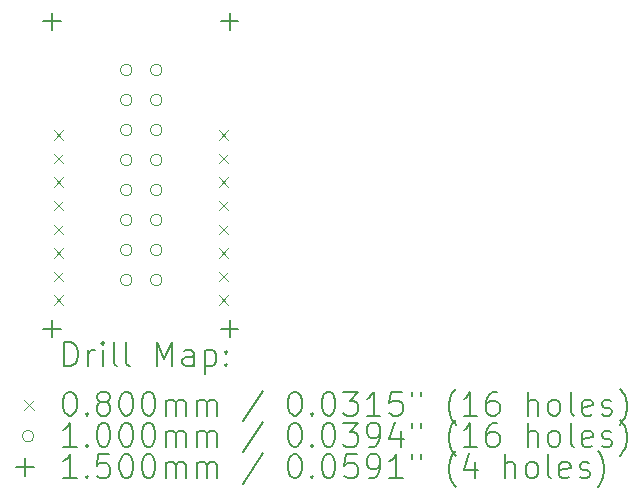
<source format=gbr>
%TF.GenerationSoftware,KiCad,Pcbnew,6.0.10+dfsg-1~bpo11+1*%
%TF.ProjectId,top,746f702e-6b69-4636-9164-5f7063625858,rev?*%
%TF.SameCoordinates,Original*%
%TF.FileFunction,Drillmap*%
%TF.FilePolarity,Positive*%
%FSLAX45Y45*%
G04 Gerber Fmt 4.5, Leading zero omitted, Abs format (unit mm)*
%MOMM*%
%LPD*%
G01*
G04 APERTURE LIST*
%ADD10C,0.200000*%
%ADD11C,0.080000*%
%ADD12C,0.100000*%
%ADD13C,0.150000*%
G04 APERTURE END LIST*
D10*
D11*
X16810000Y-10920000D02*
X16890000Y-11000000D01*
X16890000Y-10920000D02*
X16810000Y-11000000D01*
X16810000Y-11120000D02*
X16890000Y-11200000D01*
X16890000Y-11120000D02*
X16810000Y-11200000D01*
X16810000Y-11320000D02*
X16890000Y-11400000D01*
X16890000Y-11320000D02*
X16810000Y-11400000D01*
X16810000Y-11520000D02*
X16890000Y-11600000D01*
X16890000Y-11520000D02*
X16810000Y-11600000D01*
X16810000Y-11720000D02*
X16890000Y-11800000D01*
X16890000Y-11720000D02*
X16810000Y-11800000D01*
X16810000Y-11920000D02*
X16890000Y-12000000D01*
X16890000Y-11920000D02*
X16810000Y-12000000D01*
X16810000Y-12120000D02*
X16890000Y-12200000D01*
X16890000Y-12120000D02*
X16810000Y-12200000D01*
X16810000Y-12320000D02*
X16890000Y-12400000D01*
X16890000Y-12320000D02*
X16810000Y-12400000D01*
X18210000Y-10920000D02*
X18290000Y-11000000D01*
X18290000Y-10920000D02*
X18210000Y-11000000D01*
X18210000Y-11120000D02*
X18290000Y-11200000D01*
X18290000Y-11120000D02*
X18210000Y-11200000D01*
X18210000Y-11320000D02*
X18290000Y-11400000D01*
X18290000Y-11320000D02*
X18210000Y-11400000D01*
X18210000Y-11520000D02*
X18290000Y-11600000D01*
X18290000Y-11520000D02*
X18210000Y-11600000D01*
X18210000Y-11720000D02*
X18290000Y-11800000D01*
X18290000Y-11720000D02*
X18210000Y-11800000D01*
X18210000Y-11920000D02*
X18290000Y-12000000D01*
X18290000Y-11920000D02*
X18210000Y-12000000D01*
X18210000Y-12120000D02*
X18290000Y-12200000D01*
X18290000Y-12120000D02*
X18210000Y-12200000D01*
X18210000Y-12320000D02*
X18290000Y-12400000D01*
X18290000Y-12320000D02*
X18210000Y-12400000D01*
D12*
X17475250Y-10411000D02*
G75*
G03*
X17475250Y-10411000I-50000J0D01*
G01*
X17475250Y-10665000D02*
G75*
G03*
X17475250Y-10665000I-50000J0D01*
G01*
X17475250Y-10919000D02*
G75*
G03*
X17475250Y-10919000I-50000J0D01*
G01*
X17475250Y-11173000D02*
G75*
G03*
X17475250Y-11173000I-50000J0D01*
G01*
X17475250Y-11427000D02*
G75*
G03*
X17475250Y-11427000I-50000J0D01*
G01*
X17475250Y-11681000D02*
G75*
G03*
X17475250Y-11681000I-50000J0D01*
G01*
X17475250Y-11935000D02*
G75*
G03*
X17475250Y-11935000I-50000J0D01*
G01*
X17475250Y-12189000D02*
G75*
G03*
X17475250Y-12189000I-50000J0D01*
G01*
X17729250Y-10411000D02*
G75*
G03*
X17729250Y-10411000I-50000J0D01*
G01*
X17729250Y-10665000D02*
G75*
G03*
X17729250Y-10665000I-50000J0D01*
G01*
X17729250Y-10919000D02*
G75*
G03*
X17729250Y-10919000I-50000J0D01*
G01*
X17729250Y-11173000D02*
G75*
G03*
X17729250Y-11173000I-50000J0D01*
G01*
X17729250Y-11427000D02*
G75*
G03*
X17729250Y-11427000I-50000J0D01*
G01*
X17729250Y-11681000D02*
G75*
G03*
X17729250Y-11681000I-50000J0D01*
G01*
X17729250Y-11935000D02*
G75*
G03*
X17729250Y-11935000I-50000J0D01*
G01*
X17729250Y-12189000D02*
G75*
G03*
X17729250Y-12189000I-50000J0D01*
G01*
D13*
X16800000Y-9925000D02*
X16800000Y-10075000D01*
X16725000Y-10000000D02*
X16875000Y-10000000D01*
X16800000Y-12525000D02*
X16800000Y-12675000D01*
X16725000Y-12600000D02*
X16875000Y-12600000D01*
X18300000Y-9925000D02*
X18300000Y-10075000D01*
X18225000Y-10000000D02*
X18375000Y-10000000D01*
X18300000Y-12525000D02*
X18300000Y-12675000D01*
X18225000Y-12600000D02*
X18375000Y-12600000D01*
D10*
X16901619Y-12916476D02*
X16901619Y-12716476D01*
X16949238Y-12716476D01*
X16977810Y-12726000D01*
X16996857Y-12745048D01*
X17006381Y-12764095D01*
X17015905Y-12802190D01*
X17015905Y-12830762D01*
X17006381Y-12868857D01*
X16996857Y-12887905D01*
X16977810Y-12906952D01*
X16949238Y-12916476D01*
X16901619Y-12916476D01*
X17101619Y-12916476D02*
X17101619Y-12783143D01*
X17101619Y-12821238D02*
X17111143Y-12802190D01*
X17120667Y-12792667D01*
X17139714Y-12783143D01*
X17158762Y-12783143D01*
X17225429Y-12916476D02*
X17225429Y-12783143D01*
X17225429Y-12716476D02*
X17215905Y-12726000D01*
X17225429Y-12735524D01*
X17234952Y-12726000D01*
X17225429Y-12716476D01*
X17225429Y-12735524D01*
X17349238Y-12916476D02*
X17330190Y-12906952D01*
X17320667Y-12887905D01*
X17320667Y-12716476D01*
X17454000Y-12916476D02*
X17434952Y-12906952D01*
X17425429Y-12887905D01*
X17425429Y-12716476D01*
X17682571Y-12916476D02*
X17682571Y-12716476D01*
X17749238Y-12859333D01*
X17815905Y-12716476D01*
X17815905Y-12916476D01*
X17996857Y-12916476D02*
X17996857Y-12811714D01*
X17987333Y-12792667D01*
X17968286Y-12783143D01*
X17930190Y-12783143D01*
X17911143Y-12792667D01*
X17996857Y-12906952D02*
X17977810Y-12916476D01*
X17930190Y-12916476D01*
X17911143Y-12906952D01*
X17901619Y-12887905D01*
X17901619Y-12868857D01*
X17911143Y-12849809D01*
X17930190Y-12840286D01*
X17977810Y-12840286D01*
X17996857Y-12830762D01*
X18092095Y-12783143D02*
X18092095Y-12983143D01*
X18092095Y-12792667D02*
X18111143Y-12783143D01*
X18149238Y-12783143D01*
X18168286Y-12792667D01*
X18177810Y-12802190D01*
X18187333Y-12821238D01*
X18187333Y-12878381D01*
X18177810Y-12897428D01*
X18168286Y-12906952D01*
X18149238Y-12916476D01*
X18111143Y-12916476D01*
X18092095Y-12906952D01*
X18273048Y-12897428D02*
X18282571Y-12906952D01*
X18273048Y-12916476D01*
X18263524Y-12906952D01*
X18273048Y-12897428D01*
X18273048Y-12916476D01*
X18273048Y-12792667D02*
X18282571Y-12802190D01*
X18273048Y-12811714D01*
X18263524Y-12802190D01*
X18273048Y-12792667D01*
X18273048Y-12811714D01*
D11*
X16564000Y-13206000D02*
X16644000Y-13286000D01*
X16644000Y-13206000D02*
X16564000Y-13286000D01*
D10*
X16939714Y-13136476D02*
X16958762Y-13136476D01*
X16977810Y-13146000D01*
X16987333Y-13155524D01*
X16996857Y-13174571D01*
X17006381Y-13212667D01*
X17006381Y-13260286D01*
X16996857Y-13298381D01*
X16987333Y-13317428D01*
X16977810Y-13326952D01*
X16958762Y-13336476D01*
X16939714Y-13336476D01*
X16920667Y-13326952D01*
X16911143Y-13317428D01*
X16901619Y-13298381D01*
X16892095Y-13260286D01*
X16892095Y-13212667D01*
X16901619Y-13174571D01*
X16911143Y-13155524D01*
X16920667Y-13146000D01*
X16939714Y-13136476D01*
X17092095Y-13317428D02*
X17101619Y-13326952D01*
X17092095Y-13336476D01*
X17082571Y-13326952D01*
X17092095Y-13317428D01*
X17092095Y-13336476D01*
X17215905Y-13222190D02*
X17196857Y-13212667D01*
X17187333Y-13203143D01*
X17177810Y-13184095D01*
X17177810Y-13174571D01*
X17187333Y-13155524D01*
X17196857Y-13146000D01*
X17215905Y-13136476D01*
X17254000Y-13136476D01*
X17273048Y-13146000D01*
X17282571Y-13155524D01*
X17292095Y-13174571D01*
X17292095Y-13184095D01*
X17282571Y-13203143D01*
X17273048Y-13212667D01*
X17254000Y-13222190D01*
X17215905Y-13222190D01*
X17196857Y-13231714D01*
X17187333Y-13241238D01*
X17177810Y-13260286D01*
X17177810Y-13298381D01*
X17187333Y-13317428D01*
X17196857Y-13326952D01*
X17215905Y-13336476D01*
X17254000Y-13336476D01*
X17273048Y-13326952D01*
X17282571Y-13317428D01*
X17292095Y-13298381D01*
X17292095Y-13260286D01*
X17282571Y-13241238D01*
X17273048Y-13231714D01*
X17254000Y-13222190D01*
X17415905Y-13136476D02*
X17434952Y-13136476D01*
X17454000Y-13146000D01*
X17463524Y-13155524D01*
X17473048Y-13174571D01*
X17482571Y-13212667D01*
X17482571Y-13260286D01*
X17473048Y-13298381D01*
X17463524Y-13317428D01*
X17454000Y-13326952D01*
X17434952Y-13336476D01*
X17415905Y-13336476D01*
X17396857Y-13326952D01*
X17387333Y-13317428D01*
X17377810Y-13298381D01*
X17368286Y-13260286D01*
X17368286Y-13212667D01*
X17377810Y-13174571D01*
X17387333Y-13155524D01*
X17396857Y-13146000D01*
X17415905Y-13136476D01*
X17606381Y-13136476D02*
X17625429Y-13136476D01*
X17644476Y-13146000D01*
X17654000Y-13155524D01*
X17663524Y-13174571D01*
X17673048Y-13212667D01*
X17673048Y-13260286D01*
X17663524Y-13298381D01*
X17654000Y-13317428D01*
X17644476Y-13326952D01*
X17625429Y-13336476D01*
X17606381Y-13336476D01*
X17587333Y-13326952D01*
X17577810Y-13317428D01*
X17568286Y-13298381D01*
X17558762Y-13260286D01*
X17558762Y-13212667D01*
X17568286Y-13174571D01*
X17577810Y-13155524D01*
X17587333Y-13146000D01*
X17606381Y-13136476D01*
X17758762Y-13336476D02*
X17758762Y-13203143D01*
X17758762Y-13222190D02*
X17768286Y-13212667D01*
X17787333Y-13203143D01*
X17815905Y-13203143D01*
X17834952Y-13212667D01*
X17844476Y-13231714D01*
X17844476Y-13336476D01*
X17844476Y-13231714D02*
X17854000Y-13212667D01*
X17873048Y-13203143D01*
X17901619Y-13203143D01*
X17920667Y-13212667D01*
X17930190Y-13231714D01*
X17930190Y-13336476D01*
X18025429Y-13336476D02*
X18025429Y-13203143D01*
X18025429Y-13222190D02*
X18034952Y-13212667D01*
X18054000Y-13203143D01*
X18082571Y-13203143D01*
X18101619Y-13212667D01*
X18111143Y-13231714D01*
X18111143Y-13336476D01*
X18111143Y-13231714D02*
X18120667Y-13212667D01*
X18139714Y-13203143D01*
X18168286Y-13203143D01*
X18187333Y-13212667D01*
X18196857Y-13231714D01*
X18196857Y-13336476D01*
X18587333Y-13126952D02*
X18415905Y-13384095D01*
X18844476Y-13136476D02*
X18863524Y-13136476D01*
X18882571Y-13146000D01*
X18892095Y-13155524D01*
X18901619Y-13174571D01*
X18911143Y-13212667D01*
X18911143Y-13260286D01*
X18901619Y-13298381D01*
X18892095Y-13317428D01*
X18882571Y-13326952D01*
X18863524Y-13336476D01*
X18844476Y-13336476D01*
X18825429Y-13326952D01*
X18815905Y-13317428D01*
X18806381Y-13298381D01*
X18796857Y-13260286D01*
X18796857Y-13212667D01*
X18806381Y-13174571D01*
X18815905Y-13155524D01*
X18825429Y-13146000D01*
X18844476Y-13136476D01*
X18996857Y-13317428D02*
X19006381Y-13326952D01*
X18996857Y-13336476D01*
X18987333Y-13326952D01*
X18996857Y-13317428D01*
X18996857Y-13336476D01*
X19130190Y-13136476D02*
X19149238Y-13136476D01*
X19168286Y-13146000D01*
X19177810Y-13155524D01*
X19187333Y-13174571D01*
X19196857Y-13212667D01*
X19196857Y-13260286D01*
X19187333Y-13298381D01*
X19177810Y-13317428D01*
X19168286Y-13326952D01*
X19149238Y-13336476D01*
X19130190Y-13336476D01*
X19111143Y-13326952D01*
X19101619Y-13317428D01*
X19092095Y-13298381D01*
X19082571Y-13260286D01*
X19082571Y-13212667D01*
X19092095Y-13174571D01*
X19101619Y-13155524D01*
X19111143Y-13146000D01*
X19130190Y-13136476D01*
X19263524Y-13136476D02*
X19387333Y-13136476D01*
X19320667Y-13212667D01*
X19349238Y-13212667D01*
X19368286Y-13222190D01*
X19377810Y-13231714D01*
X19387333Y-13250762D01*
X19387333Y-13298381D01*
X19377810Y-13317428D01*
X19368286Y-13326952D01*
X19349238Y-13336476D01*
X19292095Y-13336476D01*
X19273048Y-13326952D01*
X19263524Y-13317428D01*
X19577810Y-13336476D02*
X19463524Y-13336476D01*
X19520667Y-13336476D02*
X19520667Y-13136476D01*
X19501619Y-13165048D01*
X19482571Y-13184095D01*
X19463524Y-13193619D01*
X19758762Y-13136476D02*
X19663524Y-13136476D01*
X19654000Y-13231714D01*
X19663524Y-13222190D01*
X19682571Y-13212667D01*
X19730190Y-13212667D01*
X19749238Y-13222190D01*
X19758762Y-13231714D01*
X19768286Y-13250762D01*
X19768286Y-13298381D01*
X19758762Y-13317428D01*
X19749238Y-13326952D01*
X19730190Y-13336476D01*
X19682571Y-13336476D01*
X19663524Y-13326952D01*
X19654000Y-13317428D01*
X19844476Y-13136476D02*
X19844476Y-13174571D01*
X19920667Y-13136476D02*
X19920667Y-13174571D01*
X20215905Y-13412667D02*
X20206381Y-13403143D01*
X20187333Y-13374571D01*
X20177810Y-13355524D01*
X20168286Y-13326952D01*
X20158762Y-13279333D01*
X20158762Y-13241238D01*
X20168286Y-13193619D01*
X20177810Y-13165048D01*
X20187333Y-13146000D01*
X20206381Y-13117428D01*
X20215905Y-13107905D01*
X20396857Y-13336476D02*
X20282571Y-13336476D01*
X20339714Y-13336476D02*
X20339714Y-13136476D01*
X20320667Y-13165048D01*
X20301619Y-13184095D01*
X20282571Y-13193619D01*
X20568286Y-13136476D02*
X20530190Y-13136476D01*
X20511143Y-13146000D01*
X20501619Y-13155524D01*
X20482571Y-13184095D01*
X20473048Y-13222190D01*
X20473048Y-13298381D01*
X20482571Y-13317428D01*
X20492095Y-13326952D01*
X20511143Y-13336476D01*
X20549238Y-13336476D01*
X20568286Y-13326952D01*
X20577810Y-13317428D01*
X20587333Y-13298381D01*
X20587333Y-13250762D01*
X20577810Y-13231714D01*
X20568286Y-13222190D01*
X20549238Y-13212667D01*
X20511143Y-13212667D01*
X20492095Y-13222190D01*
X20482571Y-13231714D01*
X20473048Y-13250762D01*
X20825429Y-13336476D02*
X20825429Y-13136476D01*
X20911143Y-13336476D02*
X20911143Y-13231714D01*
X20901619Y-13212667D01*
X20882571Y-13203143D01*
X20854000Y-13203143D01*
X20834952Y-13212667D01*
X20825429Y-13222190D01*
X21034952Y-13336476D02*
X21015905Y-13326952D01*
X21006381Y-13317428D01*
X20996857Y-13298381D01*
X20996857Y-13241238D01*
X21006381Y-13222190D01*
X21015905Y-13212667D01*
X21034952Y-13203143D01*
X21063524Y-13203143D01*
X21082571Y-13212667D01*
X21092095Y-13222190D01*
X21101619Y-13241238D01*
X21101619Y-13298381D01*
X21092095Y-13317428D01*
X21082571Y-13326952D01*
X21063524Y-13336476D01*
X21034952Y-13336476D01*
X21215905Y-13336476D02*
X21196857Y-13326952D01*
X21187333Y-13307905D01*
X21187333Y-13136476D01*
X21368286Y-13326952D02*
X21349238Y-13336476D01*
X21311143Y-13336476D01*
X21292095Y-13326952D01*
X21282571Y-13307905D01*
X21282571Y-13231714D01*
X21292095Y-13212667D01*
X21311143Y-13203143D01*
X21349238Y-13203143D01*
X21368286Y-13212667D01*
X21377810Y-13231714D01*
X21377810Y-13250762D01*
X21282571Y-13269809D01*
X21454000Y-13326952D02*
X21473048Y-13336476D01*
X21511143Y-13336476D01*
X21530190Y-13326952D01*
X21539714Y-13307905D01*
X21539714Y-13298381D01*
X21530190Y-13279333D01*
X21511143Y-13269809D01*
X21482571Y-13269809D01*
X21463524Y-13260286D01*
X21454000Y-13241238D01*
X21454000Y-13231714D01*
X21463524Y-13212667D01*
X21482571Y-13203143D01*
X21511143Y-13203143D01*
X21530190Y-13212667D01*
X21606381Y-13412667D02*
X21615905Y-13403143D01*
X21634952Y-13374571D01*
X21644476Y-13355524D01*
X21654000Y-13326952D01*
X21663524Y-13279333D01*
X21663524Y-13241238D01*
X21654000Y-13193619D01*
X21644476Y-13165048D01*
X21634952Y-13146000D01*
X21615905Y-13117428D01*
X21606381Y-13107905D01*
D12*
X16644000Y-13510000D02*
G75*
G03*
X16644000Y-13510000I-50000J0D01*
G01*
D10*
X17006381Y-13600476D02*
X16892095Y-13600476D01*
X16949238Y-13600476D02*
X16949238Y-13400476D01*
X16930190Y-13429048D01*
X16911143Y-13448095D01*
X16892095Y-13457619D01*
X17092095Y-13581428D02*
X17101619Y-13590952D01*
X17092095Y-13600476D01*
X17082571Y-13590952D01*
X17092095Y-13581428D01*
X17092095Y-13600476D01*
X17225429Y-13400476D02*
X17244476Y-13400476D01*
X17263524Y-13410000D01*
X17273048Y-13419524D01*
X17282571Y-13438571D01*
X17292095Y-13476667D01*
X17292095Y-13524286D01*
X17282571Y-13562381D01*
X17273048Y-13581428D01*
X17263524Y-13590952D01*
X17244476Y-13600476D01*
X17225429Y-13600476D01*
X17206381Y-13590952D01*
X17196857Y-13581428D01*
X17187333Y-13562381D01*
X17177810Y-13524286D01*
X17177810Y-13476667D01*
X17187333Y-13438571D01*
X17196857Y-13419524D01*
X17206381Y-13410000D01*
X17225429Y-13400476D01*
X17415905Y-13400476D02*
X17434952Y-13400476D01*
X17454000Y-13410000D01*
X17463524Y-13419524D01*
X17473048Y-13438571D01*
X17482571Y-13476667D01*
X17482571Y-13524286D01*
X17473048Y-13562381D01*
X17463524Y-13581428D01*
X17454000Y-13590952D01*
X17434952Y-13600476D01*
X17415905Y-13600476D01*
X17396857Y-13590952D01*
X17387333Y-13581428D01*
X17377810Y-13562381D01*
X17368286Y-13524286D01*
X17368286Y-13476667D01*
X17377810Y-13438571D01*
X17387333Y-13419524D01*
X17396857Y-13410000D01*
X17415905Y-13400476D01*
X17606381Y-13400476D02*
X17625429Y-13400476D01*
X17644476Y-13410000D01*
X17654000Y-13419524D01*
X17663524Y-13438571D01*
X17673048Y-13476667D01*
X17673048Y-13524286D01*
X17663524Y-13562381D01*
X17654000Y-13581428D01*
X17644476Y-13590952D01*
X17625429Y-13600476D01*
X17606381Y-13600476D01*
X17587333Y-13590952D01*
X17577810Y-13581428D01*
X17568286Y-13562381D01*
X17558762Y-13524286D01*
X17558762Y-13476667D01*
X17568286Y-13438571D01*
X17577810Y-13419524D01*
X17587333Y-13410000D01*
X17606381Y-13400476D01*
X17758762Y-13600476D02*
X17758762Y-13467143D01*
X17758762Y-13486190D02*
X17768286Y-13476667D01*
X17787333Y-13467143D01*
X17815905Y-13467143D01*
X17834952Y-13476667D01*
X17844476Y-13495714D01*
X17844476Y-13600476D01*
X17844476Y-13495714D02*
X17854000Y-13476667D01*
X17873048Y-13467143D01*
X17901619Y-13467143D01*
X17920667Y-13476667D01*
X17930190Y-13495714D01*
X17930190Y-13600476D01*
X18025429Y-13600476D02*
X18025429Y-13467143D01*
X18025429Y-13486190D02*
X18034952Y-13476667D01*
X18054000Y-13467143D01*
X18082571Y-13467143D01*
X18101619Y-13476667D01*
X18111143Y-13495714D01*
X18111143Y-13600476D01*
X18111143Y-13495714D02*
X18120667Y-13476667D01*
X18139714Y-13467143D01*
X18168286Y-13467143D01*
X18187333Y-13476667D01*
X18196857Y-13495714D01*
X18196857Y-13600476D01*
X18587333Y-13390952D02*
X18415905Y-13648095D01*
X18844476Y-13400476D02*
X18863524Y-13400476D01*
X18882571Y-13410000D01*
X18892095Y-13419524D01*
X18901619Y-13438571D01*
X18911143Y-13476667D01*
X18911143Y-13524286D01*
X18901619Y-13562381D01*
X18892095Y-13581428D01*
X18882571Y-13590952D01*
X18863524Y-13600476D01*
X18844476Y-13600476D01*
X18825429Y-13590952D01*
X18815905Y-13581428D01*
X18806381Y-13562381D01*
X18796857Y-13524286D01*
X18796857Y-13476667D01*
X18806381Y-13438571D01*
X18815905Y-13419524D01*
X18825429Y-13410000D01*
X18844476Y-13400476D01*
X18996857Y-13581428D02*
X19006381Y-13590952D01*
X18996857Y-13600476D01*
X18987333Y-13590952D01*
X18996857Y-13581428D01*
X18996857Y-13600476D01*
X19130190Y-13400476D02*
X19149238Y-13400476D01*
X19168286Y-13410000D01*
X19177810Y-13419524D01*
X19187333Y-13438571D01*
X19196857Y-13476667D01*
X19196857Y-13524286D01*
X19187333Y-13562381D01*
X19177810Y-13581428D01*
X19168286Y-13590952D01*
X19149238Y-13600476D01*
X19130190Y-13600476D01*
X19111143Y-13590952D01*
X19101619Y-13581428D01*
X19092095Y-13562381D01*
X19082571Y-13524286D01*
X19082571Y-13476667D01*
X19092095Y-13438571D01*
X19101619Y-13419524D01*
X19111143Y-13410000D01*
X19130190Y-13400476D01*
X19263524Y-13400476D02*
X19387333Y-13400476D01*
X19320667Y-13476667D01*
X19349238Y-13476667D01*
X19368286Y-13486190D01*
X19377810Y-13495714D01*
X19387333Y-13514762D01*
X19387333Y-13562381D01*
X19377810Y-13581428D01*
X19368286Y-13590952D01*
X19349238Y-13600476D01*
X19292095Y-13600476D01*
X19273048Y-13590952D01*
X19263524Y-13581428D01*
X19482571Y-13600476D02*
X19520667Y-13600476D01*
X19539714Y-13590952D01*
X19549238Y-13581428D01*
X19568286Y-13552857D01*
X19577810Y-13514762D01*
X19577810Y-13438571D01*
X19568286Y-13419524D01*
X19558762Y-13410000D01*
X19539714Y-13400476D01*
X19501619Y-13400476D01*
X19482571Y-13410000D01*
X19473048Y-13419524D01*
X19463524Y-13438571D01*
X19463524Y-13486190D01*
X19473048Y-13505238D01*
X19482571Y-13514762D01*
X19501619Y-13524286D01*
X19539714Y-13524286D01*
X19558762Y-13514762D01*
X19568286Y-13505238D01*
X19577810Y-13486190D01*
X19749238Y-13467143D02*
X19749238Y-13600476D01*
X19701619Y-13390952D02*
X19654000Y-13533809D01*
X19777810Y-13533809D01*
X19844476Y-13400476D02*
X19844476Y-13438571D01*
X19920667Y-13400476D02*
X19920667Y-13438571D01*
X20215905Y-13676667D02*
X20206381Y-13667143D01*
X20187333Y-13638571D01*
X20177810Y-13619524D01*
X20168286Y-13590952D01*
X20158762Y-13543333D01*
X20158762Y-13505238D01*
X20168286Y-13457619D01*
X20177810Y-13429048D01*
X20187333Y-13410000D01*
X20206381Y-13381428D01*
X20215905Y-13371905D01*
X20396857Y-13600476D02*
X20282571Y-13600476D01*
X20339714Y-13600476D02*
X20339714Y-13400476D01*
X20320667Y-13429048D01*
X20301619Y-13448095D01*
X20282571Y-13457619D01*
X20568286Y-13400476D02*
X20530190Y-13400476D01*
X20511143Y-13410000D01*
X20501619Y-13419524D01*
X20482571Y-13448095D01*
X20473048Y-13486190D01*
X20473048Y-13562381D01*
X20482571Y-13581428D01*
X20492095Y-13590952D01*
X20511143Y-13600476D01*
X20549238Y-13600476D01*
X20568286Y-13590952D01*
X20577810Y-13581428D01*
X20587333Y-13562381D01*
X20587333Y-13514762D01*
X20577810Y-13495714D01*
X20568286Y-13486190D01*
X20549238Y-13476667D01*
X20511143Y-13476667D01*
X20492095Y-13486190D01*
X20482571Y-13495714D01*
X20473048Y-13514762D01*
X20825429Y-13600476D02*
X20825429Y-13400476D01*
X20911143Y-13600476D02*
X20911143Y-13495714D01*
X20901619Y-13476667D01*
X20882571Y-13467143D01*
X20854000Y-13467143D01*
X20834952Y-13476667D01*
X20825429Y-13486190D01*
X21034952Y-13600476D02*
X21015905Y-13590952D01*
X21006381Y-13581428D01*
X20996857Y-13562381D01*
X20996857Y-13505238D01*
X21006381Y-13486190D01*
X21015905Y-13476667D01*
X21034952Y-13467143D01*
X21063524Y-13467143D01*
X21082571Y-13476667D01*
X21092095Y-13486190D01*
X21101619Y-13505238D01*
X21101619Y-13562381D01*
X21092095Y-13581428D01*
X21082571Y-13590952D01*
X21063524Y-13600476D01*
X21034952Y-13600476D01*
X21215905Y-13600476D02*
X21196857Y-13590952D01*
X21187333Y-13571905D01*
X21187333Y-13400476D01*
X21368286Y-13590952D02*
X21349238Y-13600476D01*
X21311143Y-13600476D01*
X21292095Y-13590952D01*
X21282571Y-13571905D01*
X21282571Y-13495714D01*
X21292095Y-13476667D01*
X21311143Y-13467143D01*
X21349238Y-13467143D01*
X21368286Y-13476667D01*
X21377810Y-13495714D01*
X21377810Y-13514762D01*
X21282571Y-13533809D01*
X21454000Y-13590952D02*
X21473048Y-13600476D01*
X21511143Y-13600476D01*
X21530190Y-13590952D01*
X21539714Y-13571905D01*
X21539714Y-13562381D01*
X21530190Y-13543333D01*
X21511143Y-13533809D01*
X21482571Y-13533809D01*
X21463524Y-13524286D01*
X21454000Y-13505238D01*
X21454000Y-13495714D01*
X21463524Y-13476667D01*
X21482571Y-13467143D01*
X21511143Y-13467143D01*
X21530190Y-13476667D01*
X21606381Y-13676667D02*
X21615905Y-13667143D01*
X21634952Y-13638571D01*
X21644476Y-13619524D01*
X21654000Y-13590952D01*
X21663524Y-13543333D01*
X21663524Y-13505238D01*
X21654000Y-13457619D01*
X21644476Y-13429048D01*
X21634952Y-13410000D01*
X21615905Y-13381428D01*
X21606381Y-13371905D01*
D13*
X16569000Y-13699000D02*
X16569000Y-13849000D01*
X16494000Y-13774000D02*
X16644000Y-13774000D01*
D10*
X17006381Y-13864476D02*
X16892095Y-13864476D01*
X16949238Y-13864476D02*
X16949238Y-13664476D01*
X16930190Y-13693048D01*
X16911143Y-13712095D01*
X16892095Y-13721619D01*
X17092095Y-13845428D02*
X17101619Y-13854952D01*
X17092095Y-13864476D01*
X17082571Y-13854952D01*
X17092095Y-13845428D01*
X17092095Y-13864476D01*
X17282571Y-13664476D02*
X17187333Y-13664476D01*
X17177810Y-13759714D01*
X17187333Y-13750190D01*
X17206381Y-13740667D01*
X17254000Y-13740667D01*
X17273048Y-13750190D01*
X17282571Y-13759714D01*
X17292095Y-13778762D01*
X17292095Y-13826381D01*
X17282571Y-13845428D01*
X17273048Y-13854952D01*
X17254000Y-13864476D01*
X17206381Y-13864476D01*
X17187333Y-13854952D01*
X17177810Y-13845428D01*
X17415905Y-13664476D02*
X17434952Y-13664476D01*
X17454000Y-13674000D01*
X17463524Y-13683524D01*
X17473048Y-13702571D01*
X17482571Y-13740667D01*
X17482571Y-13788286D01*
X17473048Y-13826381D01*
X17463524Y-13845428D01*
X17454000Y-13854952D01*
X17434952Y-13864476D01*
X17415905Y-13864476D01*
X17396857Y-13854952D01*
X17387333Y-13845428D01*
X17377810Y-13826381D01*
X17368286Y-13788286D01*
X17368286Y-13740667D01*
X17377810Y-13702571D01*
X17387333Y-13683524D01*
X17396857Y-13674000D01*
X17415905Y-13664476D01*
X17606381Y-13664476D02*
X17625429Y-13664476D01*
X17644476Y-13674000D01*
X17654000Y-13683524D01*
X17663524Y-13702571D01*
X17673048Y-13740667D01*
X17673048Y-13788286D01*
X17663524Y-13826381D01*
X17654000Y-13845428D01*
X17644476Y-13854952D01*
X17625429Y-13864476D01*
X17606381Y-13864476D01*
X17587333Y-13854952D01*
X17577810Y-13845428D01*
X17568286Y-13826381D01*
X17558762Y-13788286D01*
X17558762Y-13740667D01*
X17568286Y-13702571D01*
X17577810Y-13683524D01*
X17587333Y-13674000D01*
X17606381Y-13664476D01*
X17758762Y-13864476D02*
X17758762Y-13731143D01*
X17758762Y-13750190D02*
X17768286Y-13740667D01*
X17787333Y-13731143D01*
X17815905Y-13731143D01*
X17834952Y-13740667D01*
X17844476Y-13759714D01*
X17844476Y-13864476D01*
X17844476Y-13759714D02*
X17854000Y-13740667D01*
X17873048Y-13731143D01*
X17901619Y-13731143D01*
X17920667Y-13740667D01*
X17930190Y-13759714D01*
X17930190Y-13864476D01*
X18025429Y-13864476D02*
X18025429Y-13731143D01*
X18025429Y-13750190D02*
X18034952Y-13740667D01*
X18054000Y-13731143D01*
X18082571Y-13731143D01*
X18101619Y-13740667D01*
X18111143Y-13759714D01*
X18111143Y-13864476D01*
X18111143Y-13759714D02*
X18120667Y-13740667D01*
X18139714Y-13731143D01*
X18168286Y-13731143D01*
X18187333Y-13740667D01*
X18196857Y-13759714D01*
X18196857Y-13864476D01*
X18587333Y-13654952D02*
X18415905Y-13912095D01*
X18844476Y-13664476D02*
X18863524Y-13664476D01*
X18882571Y-13674000D01*
X18892095Y-13683524D01*
X18901619Y-13702571D01*
X18911143Y-13740667D01*
X18911143Y-13788286D01*
X18901619Y-13826381D01*
X18892095Y-13845428D01*
X18882571Y-13854952D01*
X18863524Y-13864476D01*
X18844476Y-13864476D01*
X18825429Y-13854952D01*
X18815905Y-13845428D01*
X18806381Y-13826381D01*
X18796857Y-13788286D01*
X18796857Y-13740667D01*
X18806381Y-13702571D01*
X18815905Y-13683524D01*
X18825429Y-13674000D01*
X18844476Y-13664476D01*
X18996857Y-13845428D02*
X19006381Y-13854952D01*
X18996857Y-13864476D01*
X18987333Y-13854952D01*
X18996857Y-13845428D01*
X18996857Y-13864476D01*
X19130190Y-13664476D02*
X19149238Y-13664476D01*
X19168286Y-13674000D01*
X19177810Y-13683524D01*
X19187333Y-13702571D01*
X19196857Y-13740667D01*
X19196857Y-13788286D01*
X19187333Y-13826381D01*
X19177810Y-13845428D01*
X19168286Y-13854952D01*
X19149238Y-13864476D01*
X19130190Y-13864476D01*
X19111143Y-13854952D01*
X19101619Y-13845428D01*
X19092095Y-13826381D01*
X19082571Y-13788286D01*
X19082571Y-13740667D01*
X19092095Y-13702571D01*
X19101619Y-13683524D01*
X19111143Y-13674000D01*
X19130190Y-13664476D01*
X19377810Y-13664476D02*
X19282571Y-13664476D01*
X19273048Y-13759714D01*
X19282571Y-13750190D01*
X19301619Y-13740667D01*
X19349238Y-13740667D01*
X19368286Y-13750190D01*
X19377810Y-13759714D01*
X19387333Y-13778762D01*
X19387333Y-13826381D01*
X19377810Y-13845428D01*
X19368286Y-13854952D01*
X19349238Y-13864476D01*
X19301619Y-13864476D01*
X19282571Y-13854952D01*
X19273048Y-13845428D01*
X19482571Y-13864476D02*
X19520667Y-13864476D01*
X19539714Y-13854952D01*
X19549238Y-13845428D01*
X19568286Y-13816857D01*
X19577810Y-13778762D01*
X19577810Y-13702571D01*
X19568286Y-13683524D01*
X19558762Y-13674000D01*
X19539714Y-13664476D01*
X19501619Y-13664476D01*
X19482571Y-13674000D01*
X19473048Y-13683524D01*
X19463524Y-13702571D01*
X19463524Y-13750190D01*
X19473048Y-13769238D01*
X19482571Y-13778762D01*
X19501619Y-13788286D01*
X19539714Y-13788286D01*
X19558762Y-13778762D01*
X19568286Y-13769238D01*
X19577810Y-13750190D01*
X19768286Y-13864476D02*
X19654000Y-13864476D01*
X19711143Y-13864476D02*
X19711143Y-13664476D01*
X19692095Y-13693048D01*
X19673048Y-13712095D01*
X19654000Y-13721619D01*
X19844476Y-13664476D02*
X19844476Y-13702571D01*
X19920667Y-13664476D02*
X19920667Y-13702571D01*
X20215905Y-13940667D02*
X20206381Y-13931143D01*
X20187333Y-13902571D01*
X20177810Y-13883524D01*
X20168286Y-13854952D01*
X20158762Y-13807333D01*
X20158762Y-13769238D01*
X20168286Y-13721619D01*
X20177810Y-13693048D01*
X20187333Y-13674000D01*
X20206381Y-13645428D01*
X20215905Y-13635905D01*
X20377810Y-13731143D02*
X20377810Y-13864476D01*
X20330190Y-13654952D02*
X20282571Y-13797809D01*
X20406381Y-13797809D01*
X20634952Y-13864476D02*
X20634952Y-13664476D01*
X20720667Y-13864476D02*
X20720667Y-13759714D01*
X20711143Y-13740667D01*
X20692095Y-13731143D01*
X20663524Y-13731143D01*
X20644476Y-13740667D01*
X20634952Y-13750190D01*
X20844476Y-13864476D02*
X20825429Y-13854952D01*
X20815905Y-13845428D01*
X20806381Y-13826381D01*
X20806381Y-13769238D01*
X20815905Y-13750190D01*
X20825429Y-13740667D01*
X20844476Y-13731143D01*
X20873048Y-13731143D01*
X20892095Y-13740667D01*
X20901619Y-13750190D01*
X20911143Y-13769238D01*
X20911143Y-13826381D01*
X20901619Y-13845428D01*
X20892095Y-13854952D01*
X20873048Y-13864476D01*
X20844476Y-13864476D01*
X21025429Y-13864476D02*
X21006381Y-13854952D01*
X20996857Y-13835905D01*
X20996857Y-13664476D01*
X21177810Y-13854952D02*
X21158762Y-13864476D01*
X21120667Y-13864476D01*
X21101619Y-13854952D01*
X21092095Y-13835905D01*
X21092095Y-13759714D01*
X21101619Y-13740667D01*
X21120667Y-13731143D01*
X21158762Y-13731143D01*
X21177810Y-13740667D01*
X21187333Y-13759714D01*
X21187333Y-13778762D01*
X21092095Y-13797809D01*
X21263524Y-13854952D02*
X21282571Y-13864476D01*
X21320667Y-13864476D01*
X21339714Y-13854952D01*
X21349238Y-13835905D01*
X21349238Y-13826381D01*
X21339714Y-13807333D01*
X21320667Y-13797809D01*
X21292095Y-13797809D01*
X21273048Y-13788286D01*
X21263524Y-13769238D01*
X21263524Y-13759714D01*
X21273048Y-13740667D01*
X21292095Y-13731143D01*
X21320667Y-13731143D01*
X21339714Y-13740667D01*
X21415905Y-13940667D02*
X21425429Y-13931143D01*
X21444476Y-13902571D01*
X21454000Y-13883524D01*
X21463524Y-13854952D01*
X21473048Y-13807333D01*
X21473048Y-13769238D01*
X21463524Y-13721619D01*
X21454000Y-13693048D01*
X21444476Y-13674000D01*
X21425429Y-13645428D01*
X21415905Y-13635905D01*
M02*

</source>
